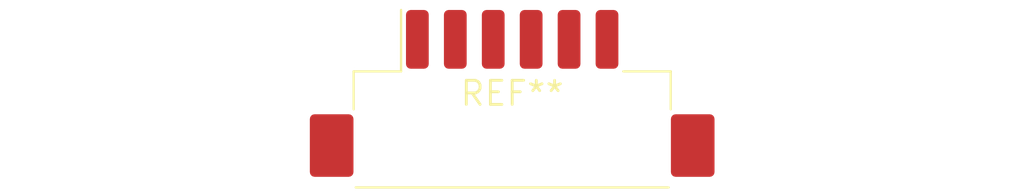
<source format=kicad_pcb>
(kicad_pcb (version 20240108) (generator pcbnew)
  (layers (0 "F.Cu" signal) (31 "B.Cu" signal) (34 "B.Paste" user) (35 "F.Paste" user) (36 "B.SilkS" user "B.Silkscreen") (37 "F.SilkS" user "F.Silkscreen") (38 "B.Mask" user) (39 "F.Mask" user) (44 "Edge.Cuts" user))
  (net 0 "")
  (footprint "Hirose_DF3EA-06P-2H_1x06-1MP_P2.00mm_Horizontal" (layer "F.Cu") (at 0 0)
    (property "Reference" "REF**")
    (property "Value" "Hirose_DF3EA-06P-2H_1x06-1MP_P2.00mm_Horizontal")
    (fp_line (start -8.36 -1.16) (end -5.86 -1.16) (layer "F.SilkS") (stroke (width 0.12)))
    (fp_line (start -8.36 0.84) (end -8.36 -1.16) (layer "F.SilkS") (stroke (width 0.12)))
    (fp_line (start -8.25 4.96) (end 8.25 4.96) (layer "F.SilkS") (stroke (width 0.12)))
    (fp_line (start -5.86 -1.16) (end -5.86 -4.4) (layer "F.SilkS") (stroke (width 0.12)))
    (fp_line (start 8.36 -1.16) (end 5.86 -1.16) (layer "F.SilkS") (stroke (width 0.12)))
    (fp_line (start 8.36 0.84) (end 8.36 -1.16) (layer "F.SilkS") (stroke (width 0.12)))
    (pad "1" smd roundrect (at -5 -2.85) (size 1.2 3.1) (layers "F.Cu" "F.Paste" "F.Mask") (roundrect_rratio 0.208333))
    (pad "2" smd roundrect (at -3 -2.85) (size 1.2 3.1) (layers "F.Cu" "F.Paste" "F.Mask") (roundrect_rratio 0.208333))
    (pad "3" smd roundrect (at -1 -2.85) (size 1.2 3.1) (layers "F.Cu" "F.Paste" "F.Mask") (roundrect_rratio 0.208333))
    (pad "4" smd roundrect (at 1 -2.85) (size 1.2 3.1) (layers "F.Cu" "F.Paste" "F.Mask") (roundrect_rratio 0.208333))
    (pad "5" smd roundrect (at 3 -2.85) (size 1.2 3.1) (layers "F.Cu" "F.Paste" "F.Mask") (roundrect_rratio 0.208333))
    (pad "6" smd roundrect (at 5 -2.85) (size 1.2 3.1) (layers "F.Cu" "F.Paste" "F.Mask") (roundrect_rratio 0.208333))
    (pad "MP" smd roundrect (at -9.52 2.75) (size 2.3 3.3) (layers "F.Cu" "F.Paste" "F.Mask") (roundrect_rratio 0.108696))
    (pad "MP" smd roundrect (at 9.52 2.75) (size 2.3 3.3) (layers "F.Cu" "F.Paste" "F.Mask") (roundrect_rratio 0.108696))
  )
)
</source>
